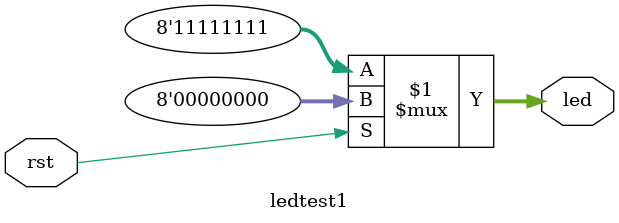
<source format=v>
module ledtest1(
input rst,
output [7:0] led
);

assign led= rst? 8'h0:8'hFF;

endmodule

</source>
